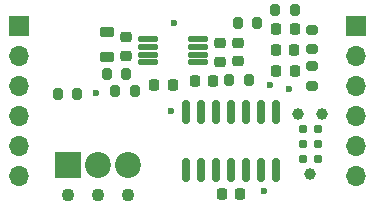
<source format=gbr>
%TF.GenerationSoftware,KiCad,Pcbnew,8.0.8*%
%TF.CreationDate,2025-02-16T13:19:37-05:00*%
%TF.ProjectId,SI-P Pressure Transducer,53492d50-2050-4726-9573-737572652054,rev?*%
%TF.SameCoordinates,Original*%
%TF.FileFunction,Soldermask,Top*%
%TF.FilePolarity,Negative*%
%FSLAX46Y46*%
G04 Gerber Fmt 4.6, Leading zero omitted, Abs format (unit mm)*
G04 Created by KiCad (PCBNEW 8.0.8) date 2025-02-16 13:19:37*
%MOMM*%
%LPD*%
G01*
G04 APERTURE LIST*
G04 Aperture macros list*
%AMRoundRect*
0 Rectangle with rounded corners*
0 $1 Rounding radius*
0 $2 $3 $4 $5 $6 $7 $8 $9 X,Y pos of 4 corners*
0 Add a 4 corners polygon primitive as box body*
4,1,4,$2,$3,$4,$5,$6,$7,$8,$9,$2,$3,0*
0 Add four circle primitives for the rounded corners*
1,1,$1+$1,$2,$3*
1,1,$1+$1,$4,$5*
1,1,$1+$1,$6,$7*
1,1,$1+$1,$8,$9*
0 Add four rect primitives between the rounded corners*
20,1,$1+$1,$2,$3,$4,$5,0*
20,1,$1+$1,$4,$5,$6,$7,0*
20,1,$1+$1,$6,$7,$8,$9,0*
20,1,$1+$1,$8,$9,$2,$3,0*%
G04 Aperture macros list end*
%ADD10C,1.100000*%
%ADD11R,2.200000X2.200000*%
%ADD12C,2.200000*%
%ADD13R,1.700000X1.700000*%
%ADD14O,1.700000X1.700000*%
%ADD15RoundRect,0.225000X-0.250000X0.225000X-0.250000X-0.225000X0.250000X-0.225000X0.250000X0.225000X0*%
%ADD16RoundRect,0.200000X0.200000X0.275000X-0.200000X0.275000X-0.200000X-0.275000X0.200000X-0.275000X0*%
%ADD17RoundRect,0.218750X-0.218750X-0.256250X0.218750X-0.256250X0.218750X0.256250X-0.218750X0.256250X0*%
%ADD18RoundRect,0.125000X-0.687500X-0.125000X0.687500X-0.125000X0.687500X0.125000X-0.687500X0.125000X0*%
%ADD19RoundRect,0.225000X0.225000X0.250000X-0.225000X0.250000X-0.225000X-0.250000X0.225000X-0.250000X0*%
%ADD20RoundRect,0.225000X-0.225000X-0.250000X0.225000X-0.250000X0.225000X0.250000X-0.225000X0.250000X0*%
%ADD21RoundRect,0.200000X0.275000X-0.200000X0.275000X0.200000X-0.275000X0.200000X-0.275000X-0.200000X0*%
%ADD22C,0.990600*%
%ADD23C,0.787400*%
%ADD24RoundRect,0.200000X-0.200000X-0.275000X0.200000X-0.275000X0.200000X0.275000X-0.200000X0.275000X0*%
%ADD25RoundRect,0.218750X0.381250X-0.218750X0.381250X0.218750X-0.381250X0.218750X-0.381250X-0.218750X0*%
%ADD26RoundRect,0.225000X0.250000X-0.225000X0.250000X0.225000X-0.250000X0.225000X-0.250000X-0.225000X0*%
%ADD27RoundRect,0.200000X-0.275000X0.200000X-0.275000X-0.200000X0.275000X-0.200000X0.275000X0.200000X0*%
%ADD28RoundRect,0.150000X0.150000X-0.825000X0.150000X0.825000X-0.150000X0.825000X-0.150000X-0.825000X0*%
%ADD29C,0.600000*%
G04 APERTURE END LIST*
D10*
%TO.C,J5*%
X185420000Y-76040000D03*
X187960000Y-76040000D03*
X190500000Y-76040000D03*
D11*
X185420000Y-73500000D03*
D12*
X187960000Y-73500000D03*
X190500000Y-73500000D03*
%TD*%
D13*
%TO.C,J2*%
X181257480Y-61800000D03*
D14*
X181257480Y-64340000D03*
X181257480Y-66880000D03*
X181257480Y-69420000D03*
X181257480Y-71960000D03*
X181257480Y-74500000D03*
%TD*%
D15*
%TO.C,C3*%
X198300000Y-63225000D03*
X198300000Y-64775000D03*
%TD*%
D16*
%TO.C,R2*%
X191050000Y-67293112D03*
X189400000Y-67293112D03*
%TD*%
D17*
%TO.C,D4*%
X203012500Y-62000000D03*
X204587500Y-62000000D03*
%TD*%
D16*
%TO.C,R3*%
X200725000Y-66300000D03*
X199075000Y-66300000D03*
%TD*%
D18*
%TO.C,U2*%
X192175000Y-62900000D03*
X192175000Y-63550000D03*
X192175000Y-64200000D03*
X192175000Y-64850000D03*
X196400000Y-64850000D03*
X196400000Y-64200000D03*
X196400000Y-63550000D03*
X196400000Y-62900000D03*
%TD*%
D19*
%TO.C,C4*%
X197675000Y-66400000D03*
X196125000Y-66400000D03*
%TD*%
D15*
%TO.C,C5*%
X199800000Y-63200000D03*
X199800000Y-64750000D03*
%TD*%
D17*
%TO.C,D1*%
X192712500Y-66800000D03*
X194287500Y-66800000D03*
%TD*%
D20*
%TO.C,C1*%
X198425000Y-76000000D03*
X199975000Y-76000000D03*
%TD*%
D13*
%TO.C,J1*%
X209800000Y-61800000D03*
D14*
X209800000Y-64340000D03*
X209800000Y-66880000D03*
X209800000Y-69420000D03*
X209800000Y-71960000D03*
X209800000Y-74500000D03*
%TD*%
D21*
%TO.C,R6*%
X206100000Y-66825000D03*
X206100000Y-65175000D03*
%TD*%
D22*
%TO.C,J4*%
X205935000Y-74280000D03*
X204919000Y-69200000D03*
X206951000Y-69200000D03*
D23*
X206570000Y-73010000D03*
X205300000Y-73010000D03*
X206570000Y-71740000D03*
X205300000Y-71740000D03*
X206570000Y-70470000D03*
X205300000Y-70470000D03*
%TD*%
D24*
%TO.C,R8*%
X202975000Y-60400000D03*
X204625000Y-60400000D03*
%TD*%
D16*
%TO.C,R1*%
X190325000Y-65800000D03*
X188675000Y-65800000D03*
%TD*%
D25*
%TO.C,L1*%
X188700000Y-64362500D03*
X188700000Y-62237500D03*
%TD*%
D26*
%TO.C,C2*%
X190300000Y-64275000D03*
X190300000Y-62725000D03*
%TD*%
D27*
%TO.C,R7*%
X206100000Y-62075000D03*
X206100000Y-63725000D03*
%TD*%
D24*
%TO.C,R4*%
X199775000Y-61500000D03*
X201425000Y-61500000D03*
%TD*%
D16*
%TO.C,R5*%
X186200000Y-67500000D03*
X184550000Y-67500000D03*
%TD*%
D17*
%TO.C,D3*%
X203000000Y-63800000D03*
X204575000Y-63800000D03*
%TD*%
%TO.C,D2*%
X203012500Y-65600000D03*
X204587500Y-65600000D03*
%TD*%
D28*
%TO.C,U1*%
X195390000Y-73975000D03*
X196660000Y-73975000D03*
X197930000Y-73975000D03*
X199200000Y-73975000D03*
X200470000Y-73975000D03*
X201740000Y-73975000D03*
X203010000Y-73975000D03*
X203010000Y-69025000D03*
X201740000Y-69025000D03*
X200470000Y-69025000D03*
X199200000Y-69025000D03*
X197930000Y-69025000D03*
X196660000Y-69025000D03*
X195390000Y-69025000D03*
%TD*%
D29*
X204100000Y-67100000D03*
X194100000Y-69000000D03*
X187800000Y-67400000D03*
X202544109Y-66734906D03*
X202000000Y-75700000D03*
X194400000Y-61500000D03*
M02*

</source>
